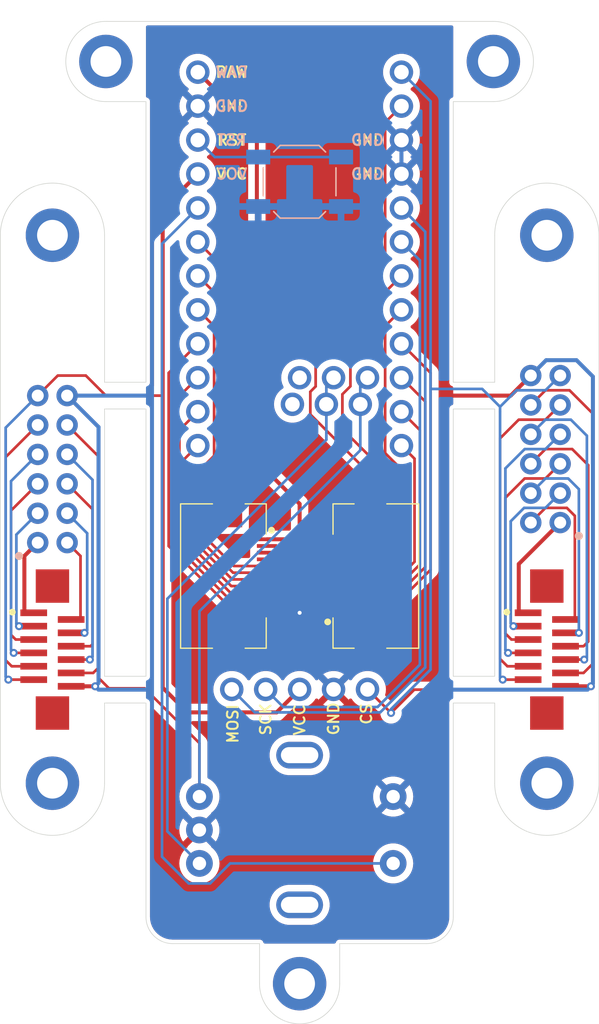
<source format=kicad_pcb>
(kicad_pcb (version 20240108) (generator "pcbnew") (generator_version "8.0")
  (layers (0 "F.Cu" signal) (31 "B.Cu" signal) (34 "B.Paste" user) (35 "F.Paste" user) (36 "B.SilkS" user "B.Silkscreen") (37 "F.SilkS" user "F.Silkscreen") (38 "B.Mask" user) (39 "F.Mask" user) (44 "Edge.Cuts" user))
  (net 0 "")
  (net 1 "row0")
  (net 2 "row1")
  (net 3 "row2")
  (net 4 "row3")
  (net 5 "row5")
  (net 6 "row7")
  (net 7 "col1")
  (net 8 "encB")
  (net 9 "col2")
  (net 10 "encA")
  (net 11 "col3")
  (net 12 "BAT")
  (net 13 "GND")
  (net 14 "MOSI")
  (net 15 "SCK")
  (net 16 "+3.3V")
  (net 17 "row4")
  (net 18 "col4")
  (net 19 "row6")
  (net 20 "CS")
  (net 21 "col0")
  (net 22 "OFF")
  (net 23 "RST")
  (net 24 "col5")
  (footprint "zzkeeb:Connector_FFC-12pin-0.5mm-vertical" (layer "F.Cu") (at 55.5 86.5)
    (property "Reference" "J8" (hide yes))
    (property "Value" "Conn_01x12_Socket" (hide yes))
    (pad "" smd rect (at 0 -4.75) (size 2.5 2.5) (layers "F.Cu" "F.Paste" "F.Mask"))
    (pad "" smd rect (at 0 4.75) (size 2.5 2.5) (layers "F.Cu" "F.Paste" "F.Mask"))
    (pad "1" smd custom (at -1.9 -2.75 180) (size 1 0.5) (layers "F.Cu" "F.Paste" "F.Mask") (net 12 "BAT") (options (clearance outline) (anchor rect)) (primitives (gr_poly (pts (xy -1.5 0.25) (xy -0.5 0.25) (xy -0.5 -0.25) (xy -1.5 -0.25)) (width 0) (fill yes))))
    (pad "2" smd custom (at 1.9 -2.25) (size 1 0.5) (layers "F.Cu" "F.Paste" "F.Mask") (net 24 "col5") (options (clearance outline) (anchor rect)) (primitives (gr_poly (pts (xy -1.5 0.25) (xy -0.5 0.25) (xy -0.5 -0.25) (xy -1.5 -0.25)) (width 0) (fill yes))))
    (pad "3" smd custom (at -1.9 -1.75 180) (size 1 0.5) (layers "F.Cu" "F.Paste" "F.Mask") (net 18 "col4") (options (clearance outline) (anchor rect)) (primitives (gr_poly (pts (xy -1.5 0.25) (xy -0.5 0.25) (xy -0.5 -0.25) (xy -1.5 -0.25)) (width 0) (fill yes))))
    (pad "4" smd custom (at 1.9 -1.25) (size 1 0.5) (layers "F.Cu" "F.Paste" "F.Mask") (net 11 "col3") (options (clearance outline) (anchor rect)) (primitives (gr_poly (pts (xy -1.5 0.25) (xy -0.5 0.25) (xy -0.5 -0.25) (xy -1.5 -0.25)) (width 0) (fill yes))))
    (pad "5" smd custom (at -1.9 -0.75 180) (size 1 0.5) (layers "F.Cu" "F.Paste" "F.Mask") (net 9 "col2") (options (clearance outline) (anchor rect)) (primitives (gr_poly (pts (xy -1.5 0.25) (xy -0.5 0.25) (xy -0.5 -0.25) (xy -1.5 -0.25)) (width 0) (fill yes))))
    (pad "6" smd custom (at 1.9 -0.25) (size 1 0.5) (layers "F.Cu" "F.Paste" "F.Mask") (net 7 "col1") (options (clearance outline) (anchor rect)) (primitives (gr_poly (pts (xy -1.5 0.25) (xy -0.5 0.25) (xy -0.5 -0.25) (xy -1.5 -0.25)) (width 0) (fill yes))))
    (pad "7" smd rect (at -1.4 0.25 270) (size 0.5 2) (layers "F.Cu" "F.Paste" "F.Mask") (net 21 "col0"))
    (pad "8" smd custom (at 1.9 0.75) (size 1 0.5) (layers "F.Cu" "F.Paste" "F.Mask") (net 4 "row3") (options (clearance outline) (anchor rect)) (primitives (gr_poly (pts (xy -1.5 0.25) (xy -0.5 0.25) (xy -0.5 -0.25) (xy -1.5 -0.25)) (width 0) (fill yes))))
    (pad "9" smd custom (at -1.9 1.25 180) (size 1 0.5) (layers "F.Cu" "F.Paste" "F.Mask") (net 3 "row2") (options (clearance outline) (anchor rect)) (primitives (gr_poly (pts (xy -1.5 0.25) (xy -0.5 0.25) (xy -0.5 -0.25) (xy -1.5 -0.25)) (width 0) (fill yes))))
    (pad "10" smd custom (at 1.9 1.75) (size 1 0.5) (layers "F.Cu" "F.Paste" "F.Mask") (net 2 "row1") (options (clearance outline) (anchor rect)) (primitives (gr_poly (pts (xy -1.5 0.25) (xy -0.5 0.25) (xy -0.5 -0.25) (xy -1.5 -0.25)) (width 0) (fill yes))))
    (pad "11" smd custom (at -1.9 2.25 180) (size 1 0.5) (layers "F.Cu" "F.Paste" "F.Mask") (net 1 "row0") (options (clearance outline) (anchor rect)) (primitives (gr_poly (pts (xy -1.5 0.25) (xy -0.5 0.25) (xy -0.5 -0.25) (xy -1.5 -0.25)) (width 0) (fill yes))))
    (pad "12" smd custom (at 1.9 2.75) (size 1 0.5) (layers "F.Cu" "F.Paste" "F.Mask") (net 13 "GND") (options (clearance outline) (anchor rect)) (primitives (gr_poly (pts (xy -1.5 0.25) (xy -0.5 0.25) (xy -0.5 -0.25) (xy -1.5 -0.25)) (width 0) (fill yes))))
  )
  (footprint "zzkeeb:Hole_M2-TH" (layer "F.Cu") (at 59.5 42.5)
    (property "Reference" "H1" (hide yes))
    (property "Value" "MountingHole" (hide yes))
    (pad "" thru_hole circle (at 0 0) (size 4 4) (drill 2.3) (layers "*.Cu" "*.Mask"))
  )
  (footprint "zzkeeb:Connector_FFC-12pin-0.5mm-horizontal" (layer "F.Cu") (at 70 81 -90)
    (property "Reference" "J2")
    (property "Value" "Conn_01x12_Socket" (hide yes))
    (pad "1" smd rect (at -2.75 -1.55 270) (size 0.28 1.5) (layers "F.Cu" "F.Paste" "F.Mask") (net 12 "BAT"))
    (pad "2" smd rect (at -2.25 -1.55 270) (size 0.28 1.5) (layers "F.Cu" "F.Paste" "F.Mask") (net 24 "col5"))
    (pad "3" smd rect (at -1.75 -1.55 270) (size 0.28 1.5) (layers "F.Cu" "F.Paste" "F.Mask") (net 18 "col4"))
    (pad "4" smd rect (at -1.25 -1.55 270) (size 0.28 1.5) (layers "F.Cu" "F.Paste" "F.Mask") (net 11 "col3"))
    (pad "5" smd rect (at -0.75 -1.55 270) (size 0.28 1.5) (layers "F.Cu" "F.Paste" "F.Mask") (net 9 "col2"))
    (pad "6" smd rect (at -0.25 -1.55 270) (size 0.28 1.5) (layers "F.Cu" "F.Paste" "F.Mask") (net 7 "col1"))
    (pad "7" smd rect (at 0.25 -1.55 270) (size 0.28 1.5) (layers "F.Cu" "F.Paste" "F.Mask") (net 21 "col0"))
    (pad "8" smd rect (at 0.75 -1.55 270) (size 0.28 1.5) (layers "F.Cu" "F.Paste" "F.Mask") (net 4 "row3"))
    (pad "9" smd rect (at 1.25 -1.55 270) (size 0.28 1.5) (layers "F.Cu" "F.Paste" "F.Mask") (net 3 "row2"))
    (pad "10" smd rect (at 1.75 -1.55 270) (size 0.28 1.5) (layers "F.Cu" "F.Paste" "F.Mask") (net 2 "row1"))
    (pad "11" smd rect (at 2.25 -1.55 270) (size 0.28 1.5) (layers "F.Cu" "F.Paste" "F.Mask") (net 1 "row0"))
    (pad "12" smd rect (at 2.75 -1.55 270) (size 0.28 1.5) (layers "F.Cu" "F.Paste" "F.Mask") (net 13 "GND"))
    (pad "MP" smd rect (at -4.55 1.3 270) (size 1.8 2) (layers "F.Cu" "F.Paste" "F.Mask"))
    (pad "MP" smd rect (at 4.55 1.3 270) (size 1.8 2) (layers "F.Cu" "F.Paste" "F.Mask"))
  )
  (footprint "zzkeeb:Hole_M2-TH" (layer "F.Cu") (at 74 111.5)
    (property "Reference" "H1" (hide yes))
    (property "Value" "MountingHole" (hide yes))
    (pad "" thru_hole circle (at 0 0) (size 4 4) (drill 2.3) (layers "*.Cu" "*.Mask"))
  )
  (footprint "zzkeeb:Connector_FFC-12pin-0.5mm-horizontal" (layer "F.Cu") (at 78 81 90)
    (property "Reference" "J3")
    (property "Value" "Conn_01x12_Socket" (hide yes))
    (pad "1" smd rect (at -2.75 -1.55 90) (size 0.28 1.5) (layers "F.Cu" "F.Paste" "F.Mask") (net 13 "GND"))
    (pad "2" smd rect (at -2.25 -1.55 90) (size 0.28 1.5) (layers "F.Cu" "F.Paste" "F.Mask") (net 17 "row4"))
    (pad "3" smd rect (at -1.75 -1.55 90) (size 0.28 1.5) (layers "F.Cu" "F.Paste" "F.Mask") (net 5 "row5"))
    (pad "4" smd rect (at -1.25 -1.55 90) (size 0.28 1.5) (layers "F.Cu" "F.Paste" "F.Mask") (net 19 "row6"))
    (pad "5" smd rect (at -0.75 -1.55 90) (size 0.28 1.5) (layers "F.Cu" "F.Paste" "F.Mask") (net 6 "row7"))
    (pad "6" smd rect (at -0.25 -1.55 90) (size 0.28 1.5) (layers "F.Cu" "F.Paste" "F.Mask") (net 21 "col0"))
    (pad "7" smd rect (at 0.25 -1.55 90) (size 0.28 1.5) (layers "F.Cu" "F.Paste" "F.Mask") (net 7 "col1"))
    (pad "8" smd rect (at 0.75 -1.55 90) (size 0.28 1.5) (layers "F.Cu" "F.Paste" "F.Mask") (net 9 "col2"))
    (pad "9" smd rect (at 1.25 -1.55 90) (size 0.28 1.5) (layers "F.Cu" "F.Paste" "F.Mask") (net 11 "col3"))
    (pad "10" smd rect (at 1.75 -1.55 90) (size 0.28 1.5) (layers "F.Cu" "F.Paste" "F.Mask") (net 18 "col4"))
    (pad "11" smd rect (at 2.25 -1.55 90) (size 0.28 1.5) (layers "F.Cu" "F.Paste" "F.Mask") (net 24 "col5"))
    (pad "12" smd rect (at 2.75 -1.55 90) (size 0.28 1.5) (layers "F.Cu" "F.Paste" "F.Mask") (net 12 "BAT"))
    (pad "MP" smd rect (at -4.55 1.3 90) (size 1.8 2) (layers "F.Cu" "F.Paste" "F.Mask"))
    (pad "MP" smd rect (at 4.55 1.3 90) (size 1.8 2) (layers "F.Cu" "F.Paste" "F.Mask"))
  )
  (footprint "zzkeeb:Hole_M2-TH" (layer "F.Cu") (at 92.5 96.5)
    (property "Reference" "H4" (hide yes))
    (property "Value" "MountingHole" (hide yes))
    (pad "" thru_hole circle (at 0 0) (size 4 4) (drill 2.3) (layers "*.Cu" "*.Mask"))
  )
  (footprint "zzkeeb:Connector_Magnetic-12pin" (layer "F.Cu") (at 55.5 73)
    (property "Reference" "J10" (hide yes))
    (property "Value" "Conn_01x12_Socket" (hide yes))
    (pad "1" thru_hole circle (at -1.1 5.5 180) (size 1.6 1.6) (drill 0.9) (layers "*.Cu" "*.Mask") (net 12 "BAT"))
    (pad "2" thru_hole circle (at 1.1 5.5 180) (size 1.6 1.6) (drill 0.9) (layers "*.Cu" "*.Mask") (net 24 "col5"))
    (pad "3" thru_hole circle (at -1.1 3.3 180) (size 1.6 1.6) (drill 0.9) (layers "*.Cu" "*.Mask") (net 18 "col4"))
    (pad "4" thru_hole circle (at 1.1 3.3 180) (size 1.6 1.6) (drill 0.9) (layers "*.Cu" "*.Mask") (net 11 "col3"))
    (pad "5" thru_hole circle (at -1.1 1.1 180) (size 1.6 1.6) (drill 0.9) (layers "*.Cu" "*.Mask") (net 9 "col2"))
    (pad "6" thru_hole circle (at 1.1 1.1 180) (size 1.6 1.6) (drill 0.9) (layers "*.Cu" "*.Mask") (net 7 "col1"))
    (pad "7" thru_hole circle (at -1.1 -1.1 180) (size 1.6 1.6) (drill 0.9) (layers "*.Cu" "*.Mask") (net 21 "col0"))
    (pad "8" thru_hole circle (at 1.1 -1.1 180) (size 1.6 1.6) (drill 0.9) (layers "*.Cu" "*.Mask") (net 4 "row3"))
    (pad "9" thru_hole circle (at -1.1 -3.3 180) (size 1.6 1.6) (drill 0.9) (layers "*.Cu" "*.Mask") (net 3 "row2"))
    (pad "10" thru_hole circle (at 1.1 -3.3 180) (size 1.6 1.6) (drill 0.9) (layers "*.Cu" "*.Mask") (net 2 "row1"))
    (pad "11" thru_hole circle (at -1.1 -5.5 180) (size 1.6 1.6) (drill 0.9) (layers "*.Cu" "*.Mask") (net 1 "row0"))
    (pad "12" thru_hole circle (at 1.1 -5.5 180) (size 1.6 1.6) (drill 0.9) (layers "*.Cu" "*.Mask") (net 13 "GND"))
  )
  (footprint "zzkeeb:Display_nice-view" (layer "F.Cu") (at 74 73)
    (property "Reference" "J6")
    (property "Value" "Display_nice-view" (hide yes))
    (fp_text user "VCC" (at 0 20 90) (layer "F.SilkS") (effects (font (size 0.8 0.8)) (justify left)))
    (fp_text user "MOSI" (at -5 20.6 90) (layer "F.SilkS") (effects (font (size 0.8 0.8)) (justify left)))
    (fp_text user "GND" (at 2.54 20 90) (layer "F.SilkS") (effects (font (size 0.8 0.8)) (justify left)))
    (fp_text user "SCK" (at -2.54 20 90) (layer "F.SilkS") (effects (font (size 0.8 0.8)) (justify left)))
    (fp_text user "CS" (at 5 19.2 90) (layer "F.SilkS") (effects (font (size 0.8 0.8)) (justify left)))
    (pad "1" thru_hole circle (at -5.08 16.48) (size 1.7526 1.7526) (drill 1.0922) (layers "*.Cu" "*.Mask") (net 14 "MOSI"))
    (pad "2" thru_hole circle (at -2.54 16.48) (size 1.7526 1.7526) (drill 1.0922) (layers "*.Cu" "*.Mask") (net 15 "SCK"))
    (pad "3" thru_hole circle (at 0 16.48) (size 1.7526 1.7526) (drill 1.0922) (layers "*.Cu" "*.Mask") (net 16 "+3.3V"))
    (pad "4" thru_hole circle (at 2.54 16.48) (size 1.7526 1.7526) (drill 1.0922) (layers "*.Cu" "*.Mask") (net 13 "GND"))
    (pad "5" thru_hole circle (at 5.08 16.48) (size 1.7526 1.7526) (drill 1.0922) (layers "*.Cu" "*.Mask") (net 20 "CS"))
  )
  (footprint "zzkeeb:Hole_M2-TH" (layer "F.Cu") (at 55.5 55.5)
    (property "Reference" "H1" (hide yes))
    (property "Value" "MountingHole" (hide yes))
    (pad "" thru_hole circle (at 0 0) (size 4 4) (drill 2.3) (layers "*.Cu" "*.Mask"))
  )
  (footprint "zzkeeb:Hole_M2-TH" (layer "F.Cu") (at 92.5 55.5)
    (property "Reference" "H3" (hide yes))
    (property "Value" "MountingHole" (hide yes))
    (pad "" thru_hole circle (at 0 0) (size 4 4) (drill 2.3) (layers "*.Cu" "*.Mask"))
  )
  (footprint "zzkeeb:RotaryEncoder_EC11" (layer "F.Cu") (at 74 100)
    (property "Reference" "SW38" (hide yes))
    (property "Value" "RotaryEncoder_Switch" (hide yes))
    (pad "" thru_hole oval (at 0 -5.6) (size 3.5 2) (drill oval 2.8 1.2) (layers "*.Cu" "*.Mask"))
    (pad "" thru_hole oval (at 0 5.6) (size 3.5 2) (drill oval 2.8 1.2) (layers "*.Cu" "*.Mask"))
    (pad "A" thru_hole circle (at -7.5 -2.5) (size 2 2) (drill 1) (layers "*.Cu" "B.Mask") (net 10 "encA"))
    (pad "B" thru_hole circle (at -7.5 2.5) (size 2 2) (drill 1) (layers "*.Cu" "B.Mask") (net 8 "encB"))
    (pad "C" thru_hole circle (at -7.5 0) (size 2 2) (drill 1) (layers "*.Cu" "B.Mask") (net 13 "GND"))
    (pad "S1" thru_hole circle (at 7 2.5) (size 2 2) (drill 1) (layers "*.Cu" "B.Mask") (net 22 "OFF"))
    (pad "S2" thru_hole circle (at 7 -2.5) (size 2 2) (drill 1) (layers "*.Cu" "B.Mask") (net 13 "GND"))
  )
  (footprint "zzkeeb:Hole_M2-TH" (layer "F.Cu") (at 55.5 96.5)
    (property "Reference" "H2" (hide yes))
    (property "Value" "MountingHole" (hide yes))
    (pad "" thru_hole circle (at 0 0) (size 4 4) (drill 2.3) (layers "*.Cu" "*.Mask"))
  )
  (footprint "zzkeeb:Connector_FFC-12pin-0.5mm-vertical" (layer "F.Cu") (at 92.5 86.5)
    (property "Reference" "J9" (hide yes))
    (property "Value" "Conn_01x12_Socket" (hide yes))
    (pad "" smd rect (at 0 -4.75) (size 2.5 2.5) (layers "F.Cu" "F.Paste" "F.Mask"))
    (pad "" smd rect (at 0 4.75) (size 2.5 2.5) (layers "F.Cu" "F.Paste" "F.Mask"))
    (pad "1" smd custom (at -1.9 -2.75 180) (size 1 0.5) (layers "F.Cu" "F.Paste" "F.Mask") (net 12 "BAT") (options (clearance outline) (anchor rect)) (primitives (gr_poly (pts (xy -1.5 0.25) (xy -0.5 0.25) (xy -0.5 -0.25) (xy -1.5 -0.25)) (width 0) (fill yes))))
    (pad "2" smd custom (at 1.9 -2.25) (size 1 0.5) (layers "F.Cu" "F.Paste" "F.Mask") (net 24 "col5") (options (clearance outline) (anchor rect)) (primitives (gr_poly (pts (xy -1.5 0.25) (xy -0.5 0.25) (xy -0.5 -0.25) (xy -1.5 -0.25)) (width 0) (fill yes))))
    (pad "3" smd custom (at -1.9 -1.75 180) (size 1 0.5) (layers "F.Cu" "F.Paste" "F.Mask") (net 18 "col4") (options (clearance outline) (anchor rect)) (primitives (gr_poly (pts (xy -1.5 0.25) (xy -0.5 0.25) (xy -0.5 -0.25) (xy -1.5 -0.25)) (width 0) (fill yes))))
    (pad "4" smd custom (at 1.9 -1.25) (size 1 0.5) (layers "F.Cu" "F.Paste" "F.Mask") (net 11 "col3") (options (clearance outline) (anchor rect)) (primitives (gr_poly (pts (xy -1.5 0.25) (xy -0.5 0.25) (xy -0.5 -0.25) (xy -1.5 -0.25)) (width 0) (fill yes))))
    (pad "5" smd custom (at -1.9 -0.75 180) (size 1 0.5) (layers "F.Cu" "F.Paste" "F.Mask") (net 9 "col2") (options (clearance outline) (anchor rect)) (primitives (gr_poly (pts (xy -1.5 0.25) (xy -0.5 0.25) (xy -0.5 -0.25) (xy -1.5 -0.25)) (width 0) (fill yes))))
    (pad "6" smd custom (at 1.9 -0.25) (size 1 0.5) (layers "F.Cu" "F.Paste" "F.Mask") (net 7 "col1") (options (clearance outline) (anchor rect)) (primitives (gr_poly (pts (xy -1.5 0.25) (xy -0.5 0.25) (xy -0.5 -0.25) (xy -1.5 -0.25)) (width 0) (fill yes))))
    (pad "7" smd rect (at -1.4 0.25 270) (size 0.5 2) (layers "F.Cu" "F.Paste" "F.Mask") (net 21 "col0"))
    (pad "8" smd custom (at 1.9 0.75) (size 1 0.5) (layers "F.Cu" "F.Paste" "F.Mask") (net 4 "row3") (options (clearance outline) (anchor rect)) (primitives (gr_poly (pts (xy -1.5 0.25) (xy -0.5 0.25) (xy -0.5 -0.25) (xy -1.5 -0.25)) (width 0) (fill yes))))
    (pad "9" smd custom (at -1.9 1.25 180) (size 1 0.5) (layers "F.Cu" "F.Paste" "F.Mask") (net 3 "row2") (options (clearance outline) (anchor rect)) (primitives (gr_poly (pts (xy -1.5 0.25) (xy -0.5 0.25) (xy -0.5 -0.25) (xy -1.5 -0.25)) (width 0) (fill yes))))
    (pad "10" smd custom (at 1.9 1.75) (size 1 0.5) (layers "F.Cu" "F.Paste" "F.Mask") (net 2 "row1") (options (clearance outline) (anchor rect)) (primitives (gr_poly (pts (xy -1.5 0.25) (xy -0.5 0.25) (xy -0.5 -0.25) (xy -1.5 -0.25)) (width 0) (fill yes))))
    (pad "11" smd custom (at -1.9 2.25 180) (size 1 0.5) (layers "F.Cu" "F.Paste" "F.Mask") (net 1 "row0") (options (clearance outline) (anchor rect)) (primitives (gr_poly (pts (xy -1.5 0.25) (xy -0.5 0.25) (xy -0.5 -0.25) (xy -1.5 -0.25)) (width 0) (fill yes))))
    (pad "12" smd custom (at 1.9 2.75) (size 1 0.5) (layers "F.Cu" "F.Paste" "F.Mask") (net 13 "GND") (options (clearance outline) (anchor rect)) (primitives (gr_poly (pts (xy -1.5 0.25) (xy -0.5 0.25) (xy -0.5 -0.25) (xy -1.5 -0.25)) (width 0) (fill yes))))
  )
  (footprint "zzkeeb:Hole_M2-TH" (layer "F.Cu") (at 88.5 42.5)
    (property "Reference" "H1" (hide yes))
    (property "Value" "MountingHole" (hide yes))
    (pad "" thru_hole circle (at 0 0) (size 4 4) (drill 2.3) (layers "*.Cu" "*.Mask"))
  )
  (footprint "zzkeeb:MCU_nice-nano" (layer "B.Cu") (at 74 56 180)
    (property "Reference" "J1" (hide yes))
    (property "Value" "N!N" (hide yes))
    (fp_text user "RST" (at 5.08 7.62 180) (layer "B.SilkS") (effects (font (size 0.8 0.8)) (justify mirror)))
    (fp_text user "VCC" (at 5.08 5.08 180) (layer "B.SilkS") (effects (font (size 0.8 0.8)) (justify mirror)))
    (fp_text user "GND" (at -5.08 5.08 180) (layer "B.SilkS") (effects (font (size 0.8 0.8)) (justify mirror)))
    (fp_text user "RAW" (at 5.08 12.7 180) (layer "B.SilkS") (effects (font (size 0.8 0.8)) (justify mirror)))
    (fp_text user "GND" (at 5.08 10.16 180) (layer "B.SilkS") (effects (font (size 0.8 0.8)) (justify mirror)))
    (fp_text user "GND" (at -5.08 7.62 180) (layer "B.SilkS") (effects (font (size 0.8 0.8)) (justify mirror)))
    (fp_text user "GND" (at -5.08 7.62 180) (layer "F.SilkS") (effects (font (size 0.8 0.8))))
    (fp_text user "GND" (at 5.08 10.16 180) (layer "F.SilkS") (effects (font (size 0.8 0.8))))
    (fp_text user "GND" (at -5.08 5.08 180) (layer "F.SilkS") (effects (font (size 0.8 0.8))))
    (fp_text user "RAW" (at 5.08 12.7 180) (layer "F.SilkS") (effects (font (size 0.8 0.8))))
    (fp_text user "RST" (at 5.08 7.62 180) (layer "F.SilkS") (effects (font (size 0.8 0.8))))
    (fp_text user "VCC" (at 5.08 5.08 180) (layer "F.SilkS") (effects (font (size 0.8 0.8))))
    (pad "1" thru_hole circle (at -7.62 12.7 270) (size 1.7526 1.7526) (drill 1.0922) (layers "*.Cu" "*.Mask") (net 20 "CS"))
    (pad "2" thru_hole circle (at -7.62 10.16 270) (size 1.7526 1.7526) (drill 1.0922) (layers "*.Cu" "*.Mask") (net 24 "col5"))
    (pad "3" thru_hole circle (at -7.62 7.62 270) (size 1.7526 1.7526) (drill 1.0922) (layers "*.Cu" "*.Mask") (net 13 "GND"))
    (pad "4" thru_hole circle (at -7.62 5.08 270) (size 1.7526 1.7526) (drill 1.0922) (layers "*.Cu" "*.Mask") (net 13 "GND"))
    (pad "5" thru_hole circle (at -7.62 2.54 270) (size 1.7526 1.7526) (drill 1.0922) (layers "*.Cu" "*.Mask") (net 14 "MOSI"))
    (pad "6" thru_hole circle (at -7.62 0 270) (size 1.7526 1.7526) (drill 1.0922) (layers "*.Cu" "*.Mask") (net 15 "SCK"))
    (pad "7" thru_hole circle (at -7.62 -2.54 270) (size 1.7526 1.7526) (drill 1.0922) (layers "*.Cu" "*.Mask") (net 18 "col4"))
    (pad "8" thru_hole circle (at -7.62 -5.08 270) (size 1.7526 1.7526) (drill 1.0922) (layers "*.Cu" "*.Mask") (net 11 "col3"))
    (pad "9" thru_hole circle (at -7.62 -7.62 270) (size 1.7526 1.7526) (drill 1.0922) (layers "*.Cu" "*.Mask") (net 17 "row4"))
    (pad "10" thru_hole circle (at -7.62 -10.16 270) (size 1.7526 1.7526) (drill 1.0922) (layers "*.Cu" "*.Mask") (net 5 "row5"))
    (pad "11" thru_hole circle (at -7.62 -12.7 270) (size 1.7526 1.7526) (drill 1.0922) (layers "*.Cu" "*.Mask") (net 19 "row6"))
    (pad "12" thru_hole circle (at -7.62 -15.24 270) (size 1.7526 1.7526) (drill 1.0922) (layers "*.Cu" "*.Mask") (net 6 "row7"))
    (pad "13" thru_hole circle (at 7.62 -15.24 270) (size 1.7526 1.7526) (drill 1.0922) (layers "*.Cu" "*.Mask") (net 4 "row3"))
    (pad "14" thru_hole circle (at 7.62 -12.7 270) (size 1.7526 1.7526) (drill 1.0922) (layers "*.Cu" "*.Mask") (net 3 "row2"))
    (pad "15" thru_hole circle (at 7.62 -10.16 270) (size 1.7526 1.7526) (drill 1.0922) (layers "*.Cu" "*.Mask") (net 2 "row1"))
    (pad "16" thru_hole circle (at 7.62 -7.62 270) (size 1.7526 1.7526) (drill 1.0922) (layers "*.Cu" "*.Mask") (net 1 "row0"))
    (pad "17" thru_hole circle (at 7.62 -5.08 270) (size 1.7526 1.7526) (drill 1.0922) (layers "*.Cu" "*.Mask") (net 21 "col0"))
    (pad "18" thru_hole circle (at 7.62 -2.54 270) (size 1.7526 1.7526) (drill 1.0922) (layers "*.Cu" "*.Mask") (net 7 "col1"))
    (pad "19" thru_hole circle (at 7.62 0 270) (size 1.7526 1.7526) (drill 1.0922) (layers "*.Cu" "*.Mask") (net 9 "col2"))
    (pad "20" thru_hole circle (at 7.62 2.54 270) (size 1.7526 1.7526) (drill 1.0922) (layers "*.Cu" "*.Mask") (net 22 "OFF"))
    (pad "21" thru_hole circle (at 7.62 5.08 270) (size 1.7526 1.7526) (drill 1.0922) (layers "*.Cu" "*.Mask") (net 16 "+3.3V"))
    (pad "22" thru_hole circle (at 7.62 7.62 270) (size 1.7526 1.7526) (drill 1.0922) (layers "*.Cu" "*.Mask") (net 23 "RST"))
    (pad "23" thru_hole circle (at 7.62 10.16 270) (size 1.7526 1.7526) (drill 1.0922) (layers "*.Cu" "*.Mask") (net 13 "GND"))
    (pad "24" thru_hole circle (at 7.62 12.7 270) (size 1.7526 1.7526) (drill 1.0922) (layers "*.Cu" "*.Mask") (net 12 "BAT"))
    (pad "31" thru_hole circle (at -5.08 -10.16 270) (size 1.7526 1.7526) (drill 1.0922) (layers "*.Cu" "*.Mask") (net 10 "encA"))
    (pad "31" thru_hole circle (at -4.54 -12.15 270) (size 1.7526 1.7526) (drill 1.0922) (layers "*.Cu" "*.Mask") (net 10 "encA"))
    (pad "32" thru_hole circle (at -2.54 -10.16 270) (size 1.7526 1.7526) (drill 1.0922) (layers "*.Cu" "*.Mask") (net 8 "encB"))
    (pad "32" thru_hole circle (at -2 -12.15 270) (size 1.7526 1.7526) (drill 1.0922) (layers "*.Cu" "*.Mask") (net 8 "encB"))
    (pad "33" thru_hole circle (at 0 -10.16 270) (size 1.7526 1.7526) (drill 1.0922) (layers "*.Cu" "*.Mask"))
    (pad "33" thru_hole circle (at 0.54 -12.15 270) (size 1.7526 1.7526) (drill 1.0922) (layers "*.Cu" "*.Mask"))
  )
  (footprint "zzkeeb:Connector_Magnetic-12pin" (layer "B.Cu") (at 92.4 71.5 180)
    (property "Reference" "J11" (hide yes))
    (property "Value" "Conn_01x12_Socket" (hide yes))
    (pad "1" thru_hole circle (at -1.1 -5.5) (size 1.6 1.6) (drill 0.9) (layers "*.Cu" "*.Mask") (net 12 "BAT"))
    (pad "2" thru_hole circle (at 1.1 -5.5) (size 1.6 1.6) (drill 0.9) (layers "*.Cu" "*.Mask") (net 24 "col5"))
    (pad "3" thru_hole circle (at -1.1 -3.3) (size 1.6 1.6) (drill 0.9) (layers "*.Cu" "*.Mask") (net 18 "col4"))
    (pad "4" thru_hole circle (at 1.1 -3.3) (size 1.6 1.6) (drill 0.9) (layers "*.Cu" "*.Mask") (net 11 "col3"))
    (pad "5" thru_hole circle (at -1.1 -1.1) (size 1.6 1.6) (drill 0.9) (layers "*.Cu" "*.Mask") (net 9 "col2"))
    (pad "6" thru_hole circle (at 1.1 -1.1) (size 1.6 1.6) (drill 0.9) (layers "*.Cu" "*.Mask") (net 7 "col1"))
    (pad "7" thru_hole circle (at -1.1 1.1) (size 1.6 1.6) (drill 0.9) (layers "*.Cu" "*.Mask") (net 21 "col0"))
    (pad "8" thru_hole circle (at 1.1 1.1) (size 1.6 1.6) (drill 0.9) (layers "*.Cu" "*.Mask") (net 4 "row3"))
    (pad "9" thru_hole circle (at -1.1 3.3) (size 1.6 1.6) (drill 0.9) (layers "*.Cu" "*.Mask") (net 3 "row2"))
    (pad "10" thru_hole circle (at 1.1 3.3) (size 1.6 1.6) (drill 0.9) (layers "*.Cu" "*.Mask") (net 2 "row1"))
    (pad "11" thru_hole circle (at -1.1 5.5) (size 1.6 1.6) (drill 0.9) (layers "*.Cu" "*.Mask") (net 1 "row0"))
    (pad "12" thru_hole circle (at 1.1 5.5) (size 1.6 1.6) (drill 0.9) (layers "*.Cu" "*.Mask") (net 13 "GND"))
  )
  (footprint "zzkeeb:Button_SW_SPST_SKQG_WithoutStem" (layer "B.Cu") (at 74 51.5 180)
    (property "Reference" "SW37" (hide yes))
    (property "Value" "SW_Push")
    (pad "1" smd rect (at -3.1 1.85 180) (size 1.8 1.1) (layers "B.Cu" "B.Paste" "B.Mask") (net 23 "RST"))
    (pad "1" smd rect (at 3.1 1.85 180) (size 1.8 1.1) (layers "B.Cu" "B.Paste" "B.Mask") (net 23 "RST"))
    (pad "2" smd rect (at -3.1 -1.85 180) (size 1.8 1.1) (layers "B.Cu" "B.Paste" "B.Mask") (net 13 "GND"))
    (pad "2" smd rect (at 3.1 -1.85 180) (size 1.8 1.1) (layers "B.Cu" "B.Paste" "B.Mask") (net 13 "GND"))
    (zone (net 0) (net_name "") (layer "B.Cu") (connect_pads (clearance 0)) (min_thickness 0.254)
      (keepout (tracks not_allowed) (vias not_allowed) (pads not_allowed) (copperpour not_allowed) (footprints not_allowed))
      (fill (thermal_gap 0.508) (thermal_bridge_width 0.508))
      (polygon (pts (xy 73 50.2) (xy 70 50.2) (xy 70 52.8) (xy 73 52.8)))
    )
    (zone (net 0) (net_name "") (layer "B.Cu") (connect_pads (clearance 0)) (min_thickness 0.254)
      (keepout (tracks not_allowed) (vias not_allowed) (pads not_allowed) (copperpour not_allowed) (footprints not_allowed))
      (fill (thermal_gap 0.508) (thermal_bridge_width 0.508))
      (polygon (pts (xy 78 50.2) (xy 75 50.2) (xy 75 52.8) (xy 78 52.8)))
    )
  )
  (gr_line (start 85.5 66.5) (end 85.5 45.5) (stroke (width 0.05)) (layer "Edge.Cuts"))
  (gr_line (start 71 111.5) (end 71 108.5) (stroke (width 0.05)) (layer "Edge.Cuts"))
  (gr_arc (start 64.5 108.5) (mid 63.085786 107.914214) (end 62.5 106.5) (stroke (width 0.05)) (layer "Edge.Cuts"))
  (gr_line (start 59.4 90.5) (end 59.4 96.5) (stroke (width 0.05)) (layer "Edge.Cuts"))
  (gr_line (start 62.5 45.5) (end 62.5 66.5) (stroke (width 0.05)) (layer "Edge.Cuts"))
  (gr_line (start 77 108.5) (end 83.5 108.5) (stroke (width 0.05)) (layer "Edge.Cuts"))
  (gr_arc (start 88.6 55.5) (mid 92.5 51.6) (end 96.4 55.5) (stroke (width 0.05)) (layer "Edge.Cuts"))
  (gr_line (start 71 108.5) (end 64.5 108.5) (stroke (width 0.05)) (layer "Edge.Cuts"))
  (gr_line (start 85.5 106.5) (end 85.5 90.5) (stroke (width 0.05)) (layer "Edge.Cuts"))
  (gr_line (start 51.6 55.5) (end 51.6 96.5) (stroke (width 0.05)) (layer "Edge.Cuts"))
  (gr_arc (start 77 111.5) (mid 74 114.5) (end 71 111.5) (stroke (width 0.05)) (layer "Edge.Cuts"))
  (gr_line (start 59.4 88.5) (end 59.4 68.5) (stroke (width 0.05)) (layer "Edge.Cuts"))
  (gr_arc (start 96.4 96.5) (mid 92.5 100.4) (end 88.6 96.5) (stroke (width 0.05)) (layer "Edge.Cuts"))
  (gr_line (start 85.5 66.5) (end 88.6 66.5) (stroke (width 0.05)) (layer "Edge.Cuts"))
  (gr_line (start 85.5 90.5) (end 88.6 90.5) (stroke (width 0.05)) (layer "Edge.Cuts"))
  (gr_line (start 88.6 90.5) (end 88.6 96.5) (stroke (width 0.05)) (layer "Edge.Cuts"))
  (gr_line (start 62.5 66.5) (end 59.4 66.5) (stroke (width 0.05)) (layer "Edge.Cuts"))
  (gr_line (start 62.5 90.5) (end 59.4 90.5) (stroke (width 0.05)) (layer "Edge.Cuts"))
  (gr_line (start 59.4 68.5) (end 62.5 68.5) (stroke (width 0.05)) (layer "Edge.Cuts"))
  (gr_line (start 85.5 88.5) (end 88.6 88.5) (stroke (width 0.05)) (layer "Edge.Cuts"))
  (gr_line (start 85.5 88.5) (end 85.5 68.5) (stroke (width 0.05)) (layer "Edge.Cuts"))
  (gr_line (start 96.4 55.5) (end 96.4 96.5) (stroke (width 0.05)) (layer "Edge.Cuts"))
  (gr_line (start 88.6 66.5) (end 88.6 55.5) (stroke (width 0.05)) (layer "Edge.Cuts"))
  (gr_arc (start 88.5 39.5) (mid 91.5 42.5) (end 88.5 45.5) (stroke (width 0.05)) (layer "Edge.Cuts"))
  (gr_line (start 77 111.5) (end 77 108.5) (stroke (width 0.05)) (layer "Edge.Cuts"))
  (gr_arc (start 85.5 106.5) (mid 84.914214 107.914214) (end 83.5 108.5) (stroke (width 0.05)) (layer "Edge.Cuts"))
  (gr_line (start 62.5 68.5) (end 62.5 88.5) (stroke (width 0.05)) (layer "Edge.Cuts"))
  (gr_line (start 62.5 88.5) (end 59.4 88.5) (stroke (width 0.05)) (layer "Edge.Cuts"))
  (gr_line (start 59.5 39.5) (end 64.5 39.5) (stroke (width 0.05)) (layer "Edge.Cuts"))
  (gr_line (start 85.5 45.5) (end 88.5 45.5) (stroke (width 0.05)) (layer "Edge.Cuts"))
  (gr_line (start 85.5 39.5) (end 88.5 39.5) (stroke (width 0.05)) (layer "Edge.Cuts"))
  (gr_arc (start 59.5 45.5) (mid 56.5 42.5) (end 59.5 39.5) (stroke (width 0.05)) (layer "Edge.Cuts"))
  (gr_line (start 62.5 106.5) (end 62.5 90.5) (stroke (width 0.05)) (layer "Edge.Cuts"))
  (gr_line (start 59.5 45.5) (end 62.5 45.5) (stroke (width 0.05)) (layer "Edge.Cuts"))
  (gr_line (start 88.6 88.5) (end 88.6 68.5) (stroke (width 0.05)) (layer "Edge.Cuts"))
  (gr_arc (start 51.6 55.5) (mid 55.5 51.6) (end 59.4 55.5) (stroke (width 0.05)) (layer "Edge.Cuts"))
  (gr_arc (start 59.4 96.5) (mid 55.5 100.4) (end 51.6 96.5) (stroke (width 0.05)) (layer "Edge.Cuts"))
  (gr_line (start 85.5 68.5) (end 88.6 68.5) (stroke (width 0.05)) (layer "Edge.Cuts"))
  (gr_line (start 85.5 39.5) (end 64.5 39.5) (stroke (width 0.05)) (layer "Edge.Cuts"))
  (gr_line (start 59.4 66.5) (end 59.4 55.5) (stroke (width 0.05)) (layer "Edge.Cuts"))
  (segment (start 55.9 66) (end 58 66) (width 0.2) (layer "F.Cu") (net 1))
  (segment (start 52.2 88.8) (end 52.25 88.75) (width 0.2) (layer "F.Cu") (net 1))
  (segment (start 68.690198 83.25) (end 64.2 78.759802) (width 0.2) (layer "F.Cu") (net 1))
  (segment (start 89.2 88.75) (end 89.2 88.8) (width 0.2) (layer "F.Cu") (net 1))
  (segment (start 58 66) (end 59.5 67.5) (width 0.2) (layer "F.Cu") (net 1))
  (segment (start 89.2 88.8) (end 89.25 88.75) (width 0.2) (layer "F.Cu") (net 1))
  (segment (start 52.25 88.75) (end 53.6 88.75) (width 0.2) (layer "F.Cu") (net 1))
  (segment (start 71.55 83.25) (end 68.690198 83.25) (width 0.2) (layer "F.Cu") (net 1))
  (segment (start 89.25 88.75) (end 90.6 88.75) (width 0.2) (layer "F.Cu") (net 1))
  (segment (start 63.7 67.5) (end 59.5 67.5) (width 0.2) (layer "F.Cu") (net 1))
  (segment (start 64.2 78.759802) (end 64.2 65.8) (width 0.2) (layer "F.Cu") (net 1))
  (segment (start 54.4 67.5) (end 55.9 66) (width 0.2) (layer "F.Cu") (net 1))
  (segment (start 64.2 65.8) (end 66.38 63.62) (width 0.2) (layer "F.Cu") (net 1))
  (via (at 89.2 88.75) (size 0.6) (drill 0.3) (layers "F.Cu" "B.Cu") (net 1))
  (via (at 52.2 88.75) (size 0.6) (drill 0.3) (layers "F.Cu" "B.Cu") (net 1))
  (segment (start 89 68.7) (end 89 68.334315) (width 0.2) (layer "B.Cu") (net 1))
  (segment (start 89 88.6) (end 89 68.7) (width 0.2) (layer "B.Cu") (net 1))
  (segment (start 83.834315 67) (end 87.665685 67) (width 0.2) (layer "B.Cu") (net 1))
  (segment (start 90.234315 67.1) (end 92.4 67.1) (width 0.2) (layer "B.Cu") (net 1))
  (segment (start 52.2 88.75) (end 52 88.55) (width 0.2) (layer "B.Cu") (net 1))
  (segment (start 89 68.334315) (end 87.665685 67) (width 0.2) (layer "B.Cu") (net 1))
  (segment (start 92.4 67.1) (end 93.5 66) (width 0.2) (layer "B.Cu") (net 1))
  (segment (start 89.2 88.8) (end 89 88.6) (width 0.2) (layer "B.Cu") (net 1))
  (segment (start 52 69.9) (end 54.4 67.5) (width 0.2) (layer "B.Cu") (net 1))
  (segment (start 89 68.334315) (end 90.234315 67.1) (width 0.2) (layer "B.Cu") (net 1))
  (segment (start 52 88.55) (end 52 69.9) (width 0.2) (layer "B.Cu") (net 1))
  (segment (start 64.6 78.594116) (end 64.6 67.94) (width 0.2) (layer "F.Cu") (net 2))
  (segment (start 71.55 82.75) (end 68.755884 82.75) (width 0.2) (layer "F.Cu") (net 2))
  (segment (start 92.4 67.1) (end 91.3 68.2) (width 0.2) (layer "F.Cu") (net 2))
  (segment (start 58.9 87.9) (end 58.9 88.573155) (width 0.2) (layer "F.Cu") (net 2))
  (segment (start 96 87.5) (end 96 68.899999) (width 0.2) (layer "F.Cu") (net 2))
  (segment (start 94.4 88.25) (end 95.25 88.25) (width 0.2) (layer "F.Cu") (net 2))
  (segment (start 95.25 88.25) (end 96 87.5) (width 0.2) (layer "F.Cu") (net 2))
  (segment (start 94.200001 67.1) (end 92.4 67.1) (width 0.2) (layer "F.Cu") (net 2))
  (segment (start 58.55 88.25) (end 58.9 87.9) (width 0.2) (layer "F.Cu") (net 2))
  (segment (start 62.4 89.4) (end 66.5 93.5) (width 0.2) (layer "F.Cu") (net 2))
  (segment (start 64.6 67.94) (end 66.38 66.16) (width 0.2) (layer "F.Cu") (net 2))
  (segment (start 58.9 87.9) (end 58.9 72) (width 0.2) (layer "F.Cu") (net 2))
  (segment (start 68.755884 82.75) (end 64.6 78.594116) (width 0.2) (layer "F.Cu") (net 2))
  (segment (start 58.9 88.573155) (end 59.726845 89.4) (width 0.2) (layer "F.Cu") (net 2))
  (segment (start 96 68.899999) (end 94.200001 67.1) (width 0.2) (layer "F.Cu") (net 2))
  (segment (start 57.4 88.25) (end 58.55 88.25) (width 0.2) (layer "F.Cu") (net 2))
  (segment (start 59.726845 89.4) (end 62.4 89.4) (width 0.2) (layer "F.Cu") (net 2))
  (segment (start 58.9 72) (end 56.6 69.7) (width 0.2) (layer "F.Cu") (net 2))
  (segment (start 52.45 87.75) (end 52 87.3) (width 0.2) (layer "F.Cu") (net 3))
  (segment (start 53.6 87.75) (end 52.45 87.75) (width 0.2) (layer "F.Cu") (net 3))
  (segment (start 71.55 82.25) (end 68.82157 82.25) (width 0.2) (layer "F.Cu") (net 3))
  (segment (start 92.4 69.3) (end 93.5 68.2) (width 0.2) (layer "F.Cu") (net 3))
  (segment (start 90.400001 69.3) (end 92.4 69.3) (width 0.2) (layer "F.Cu") (net 3))
  (segment (start 89 70.700001) (end 90.400001 69.3) (width 0.2) (layer "F.Cu") (net 3))
  (segment (start 90.6 87.75) (end 89.55 87.75) (width 0.2) (layer "F.Cu") (net 3))
  (segment (start 52 72.1) (end 54.4 69.7) (width 0.2) (layer "F.Cu") (net 3))
  (segment (start 65 78.42843) (end 65 70.08) (width 0.2) (layer "F.Cu") (net 3))
  (segment (start 65 70.08) (end 66.38 68.7) (width 0.2) (layer "F.Cu") (net 3))
  (segment (start 89.55 87.75) (end 89 87.2) (width 0.2) (layer "F.Cu") (net 3))
  (segment (start 52 87.3) (end 52 72.1) (width 0.2) (layer "F.Cu") (net 3))
  (segment (start 68.82157 82.25) (end 65 78.42843) (width 0.2) (layer "F.Cu") (net 3))
  (segment (start 89 87.2) (end 89 70.700001) (width 0.2) (layer "F.Cu") (net 3))
  (segment (start 68.887256 81.75) (end 65.4 78.262744) (width 0.2) (layer "F.Cu") (net 4))
  (segment (start 95.25 87.25) (end 94.4 87.25) (width 0.2) (layer "F.Cu") (net 4))
  (segment (start 58.2 87.25) (end 57.4 87.25) (width 0.2) (layer "F.Cu") (net 4))
  (segment (start 95.3 87.3) (end 95.25 87.25) (width 0.2) (layer "F.Cu") (net 4))
  (segment (start 65.4 78.262744) (end 65.4 72.22) (width 0.2) (layer "F.Cu") (net 4))
  (segment (start 65.4 72.22) (end 66.38 71.24) (width 0.2) (layer "F.Cu") (net 4))
  (segment (start 58.25 87.3) (end 58.2 87.25) (width 0.2) (layer "F.Cu") (net 4))
  (segment (start 71.55 81.75) (end 68.887256 81.75) (width 0.2) (layer "F.Cu") (net 4))
  (via (at 95.3 87.25) (size 0.6) (drill 0.3) (layers "F.Cu" "B.Cu") (net 4))
  (via (at 58.3 87.25) (size 0.6) (drill 0.3) (layers "F.Cu" "B.Cu") (net 4))
  (segment (start 95.5 70.5) (end 94.3 69.3) (width 0.2) (layer "B.Cu") (net 4))
  (segment (start 95.3 87.3) (end 95.5 87.1) (width 0.2) (layer "B.Cu") (net 4))
  (segment (start 95.5 87.1) (end 95.5 70.5) (width 0.2) (layer "B.Cu") (net 4))
  (segment (start 94.3 69.3) (end 92.4 69.3) (width 0.2) (layer "B.Cu") (net 4))
  (segment (start 58.25 87.3) (end 58.5 87.05) (width 0.2) (layer "B.Cu") (net 4))
  (segment (start 92.4 69.3) (end 91.3 70.4) (width 0.2) (layer "B.Cu") (net 4))
  (segment (start 58.5 87.05) (end 58.5 73.8) (width 0.2) (layer "B.Cu") (net 4))
  (segment (start 58.5 73.8) (end 56.6 71.9) (width 0.2) (layer "B.Cu") (net 4))
  (segment (start 83.4 67.94) (end 81.62 66.16) (width 0.2) (layer "F.Cu") (net 5))
  (segment (start 76.45 82.75) (end 80.982157 82.75) (width 0.2) (layer "F.Cu") (net 5))
  (segment (start 83.4 80.332157) (end 83.4 67.94) (width 0.2) (layer "F.Cu") (net 5))
  (segment (start 80.982157 82.75) (end 83.4 80.332157) (width 0.2) (layer "F.Cu") (net 5))
  (segment (start 82.6 79.932157) (end 82.6 72.22) (width 0.2) (layer "F.Cu") (net 6))
  (segment (start 80.782157 81.75) (end 82.6 79.932157) (width 0.2) (layer "F.Cu") (net 6))
  (segment (start 76.45 81.75) (end 80.782157 81.75) (width 0.2) (layer "F.Cu") (net 6))
  (segment (start 82.6 72.22) (end 81.62 71.24) (width 0.2) (layer "F.Cu") (net 6))
  (segment (start 94.399999 71.5) (end 92.4 71.5) (width 0.2) (layer "F.Cu") (net 7))
  (segment (start 95.6 72.700001) (end 94.399999 71.5) (width 0.2) (layer "F.Cu") (net 7))
  (segment (start 66.2 77.931372) (end 69.018628 80.75) (width 0.2) (layer "F.Cu") (net 7))
  (segment (start 68 72.165686) (end 66.2 73.965686) (width 0.2) (layer "F.Cu") (net 7))
  (segment (start 58.5 86.1) (end 58.5 76) (width 0.2) (layer "F.Cu") (net 7))
  (segment (start 66.38 58.54) (end 68 60.16) (width 0.2) (layer "F.Cu") (net 7))
  (segment (start 58.5 76) (end 56.6 74.1) (width 0.2) (layer "F.Cu") (net 7))
  (segment (start 95.6 85.9) (end 95.6 72.700001) (width 0.2) (layer "F.Cu") (net 7))
  (segment (start 92.4 71.5) (end 91.3 72.6) (width 0.2) (layer "F.Cu") (net 7))
  (segment (start 68 60.16) (end 68 72.165686) (width 0.2) (layer "F.Cu") (net 7))
  (segment (start 58.35 86.25) (end 58.5 86.1) (width 0.2) (layer "F.Cu") (net 7))
  (segment (start 94.4 86.25) (end 95.25 86.25) (width 0.2) (layer "F.Cu") (net 7))
  (segment (start 66.2 73.965686) (end 66.2 77.931372) (width 0.2) (layer "F.Cu") (net 7))
  (segment (start 69.018628 80.75) (end 71.55 80.75) (width 0.2) (layer "F.Cu") (net 7))
  (segment (start 57.4 86.25) (end 58.35 86.25) (width 0.2) (layer "F.Cu") (net 7))
  (segment (start 71.55 80.75) (end 76.45 80.75) (width 0.2) (layer "F.Cu") (net 7))
  (segment (start 95.25 86.25) (end 95.6 85.9) (width 0.2) (layer "F.Cu") (net 7))
  (segment (start 64.1 82.7) (end 76 70.8) (width 0.2) (layer "B.Cu") (net 8))
  (segment (start 76 66.7) (end 76.54 66.16) (width 0.2) (layer "B.Cu") (net 8))
  (segment (start 66.5 102.5) (end 64.1 100.1) (width 0.2) (layer "B.Cu") (net 8))
  (segment (start 64.1 100.1) (end 64.1 82.7) (width 0.2) (layer "B.Cu") (net 8))
  (segment (start 76 70.8) (end 76 68.15) (width 0.2) (layer "B.Cu") (net 8))
  (segment (start 76 68.15) (end 76 66.7) (width 0.2) (layer "B.Cu") (net 8))
  (segment (start 92.4 73.7) (end 93.5 72.6) (width 0.2) (layer "F.Cu") (net 9))
  (segment (start 53.6 85.75) (end 52.75 85.75) (width 0.2) (layer "F.Cu") (net 9))
  (segment (start 89.4 75.144365) (end 90.844365 73.7) (width 0.2) (layer "F.Cu") (net 9))
  (segment (start 69.084314 80.25) (end 66.6 77.765686) (width 0.2) (layer "F.Cu") (net 9))
  (segment (start 66.6 77.765686) (end 66.6 74.131372) (width 0.2) (layer "F.Cu") (net 9))
  (segment (start 90.6 85.75) (end 89.85 85.75) (width 0.2) (layer "F.Cu") (net 9))
  (segment (start 71.55 80.25) (end 69.084314 80.25) (width 0.2) (layer "F.Cu") (net 9))
  (segment (start 52.4 76.1) (end 54.4 74.1) (width 0.2) (layer "F.Cu") (net 9))
  (segment (start 66.6 74.131372) (end 68.4 72.331372) (width 0.2) (layer "F.Cu") (net 9))
  (segment (start 68.4 72.331372) (end 68.4 58.02) (width 0.2) (layer "F.Cu") (net 9))
  (segment (start 89.85 85.75) (end 89.4 85.3) (width 0.2) (layer "F.Cu") (net 9))
  (segment (start 71.55 80.25) (end 76.45 80.25) (width 0.2) (layer "F.Cu") (net 9))
  (segment (start 68.4 58.02) (end 66.38 56) (width 0.2) (layer "F.Cu") (net 9))
  (segment (start 90.844365 73.7) (end 92.4 73.7) (width 0.2) (layer "F.Cu") (net 9))
  (segment (start 52.75 85.75) (end 52.4 85.4) (width 0.2) (layer "F.Cu") (net 9))
  (segment (start 52.4 85.4) (end 52.4 76.1) (width 0.2) (layer "F.Cu") (net 9))
  (segment (start 89.4 85.3) (end 89.4 75.144365) (width 0.2) (layer "F.Cu") (net 9))
  (segment (start 66.5 97.5) (end 66.5 93.5) (width 0.2) (layer "F.Cu") (net 10))
  (segment (start 66.5 83.632157) (end 78.54 71.592157) (width 0.2) (layer "B.Cu") (net 10))
  (segment (start 66.5 97.5) (end 66.5 83.632157) (width 0.2) (layer "B.Cu") (net 10))
  (segment (start 78.54 71.592157) (end 78.54 66.7) (width 0.2) (layer "B.Cu") (net 10))
  (segment (start 78.54 66.7) (end 79.08 66.16) (width 0.2) (layer "B.Cu") (net 10))
  (segment (start 80.4 62.3) (end 80.4 71.8) (width 0.2) (layer "F.Cu") (net 11))
  (segment (start 71.55 79.75) (end 76.45 79.75) (width 0.2) (layer "F.Cu") (net 11))
  (segment (start 82.2 77.731372) (end 80.181372 79.75) (width 0.2) (layer "F.Cu") (net 11))
  (segment (start 80.181372 79.75) (end 76.45 79.75) (width 0.2) (layer "F.Cu") (net 11))
  (segment (start 94.45 85.3) (end 94.4 85.25) (width 0.2) (layer "F.Cu") (net 11))
  (segment (start 94.9 85.3) (end 94.45 85.3) (width 0.2) (layer "F.Cu") (net 11))
  (segment (start 81.62 61.08) (end 80.4 62.3) (width 0.2) (layer "F.Cu") (net 11))
  (segment (start 82.2 73.6) (end 82.2 77.731372) (width 0.2) (layer "F.Cu") (net 11))
  (segment (start 80.4 71.8) (end 82.2 73.6) (width 0.2) (layer "F.Cu") (net 11))
  (via (at 94.9 85.25) (size 0.6) (drill 0.3) (layers "F.Cu" "B.Cu") (net 11))
  (via (at 57.9 85.25) (size 0.6) (drill 0.3) (layers "F.Cu" "B.Cu") (net 11))
  (segment (start 94.1 73.7) (end 92.4 73.7) (width 0.2) (layer "B.Cu") (net 11))
  (segment (start 57.9 85.25) (end 58.1 85.05) (width 0.2) (layer "B.Cu") (net 11))
  (segment (start 94.9 74.5) (end 94.1 73.7) (width 0.2) (layer "B.Cu") (net 11))
  (segment (start 58.1 77.8) (end 56.6 76.3) (width 0.2) (layer "B.Cu") (net 11))
  (segment (start 58.1 85.05) (end 58.1 77.8) (width 0.2) (layer "B.Cu") (net 11))
  (segment (start 94.9 85.3) (end 94.9 74.5) (width 0.2) (layer "B.Cu") (net 11))
  (segment (start 92.4 73.7) (end 91.3 74.8) (width 0.2) (layer "B.Cu") (net 11))
  (segment (start 90.6 83.75) (end 90.4 83.55) (width 0.3) (layer "F.Cu") (net 12))
  (segment (start 71.55 78.25) (end 76.45 78.25) (width 0.3) (layer "F.Cu") (net 12))
  (segment (start 74 75.6) (end 74 78.25) (width 0.3) (layer "F.Cu") (net 12))
  (segment (start 90.4 83.55) (end 90.4 80.1) (width 0.3) (layer "F.Cu") (net 12))
  (segment (start 53.6 83.75) (end 53.4 83.55) (width 0.3) (layer "F.Cu") (net 12))
  (segment (start 66.38 43.3) (end 70.8 47.72) (width 0.3) (layer "F.Cu") (net 12))
  (segment (start 53.4 79.5) (end 54.4 78.5) (width 0.3) (layer "F.Cu") (net 12))
  (segment (start 70.8 72.4) (end 74 75.6) (width 0.3) (layer "F.Cu") (net 12))
  (segment (start 53.4 83.55) (end 53.4 79.5) (width 0.3) (layer "F.Cu") (net 12))
  (segment (start 90.4 80.1) (end 93.5 77) (width 0.3) (layer "F.Cu") (net 12))
  (segment (start 70.8 47.72) (end 70.8 72.4) (width 0.3) (layer "F.Cu") (net 12))
  (segment (start 95.8 89.2) (end 95.75 89.25) (width 0.3) (layer "F.Cu") (net 13))
  (segment (start 73.95 83.75) (end 74 83.8) (width 0.3) (layer "F.Cu") (net 13))
  (segment (start 95.75 89.25) (end 94.4 89.25) (width 0.3) (layer "F.Cu") (net 13))
  (segment (start 58.7 89.25) (end 57.4 89.25) (width 0.3) (layer "F.Cu") (net 13))
  (segment (start 71.55 83.75) (end 71.55 84.75) (width 0.3) (layer "F.Cu") (net 13))
  (segment (start 91.3 66) (end 89.8 67.5) (width 0.3) (layer "F.Cu") (net 13))
  (segment (start 74.05 83.75) (end 76.45 83.75) (width 0.3) (layer "F.Cu") (net 13))
  (segment (start 89.8 67.5) (end 85 67.5) (width 0.3) (layer "F.Cu") (net 13))
  (segment (start 74 83.8) (end 74.05 83.75) (width 0.3) (layer "F.Cu") (net 13))
  (segment (start 76.45 83.75) (end 76.45 84.75) (width 0.3) (layer "F.Cu") (net 13))
  (segment (start 71.55 83.75) (end 73.95 83.75) (width 0.3) (layer "F.Cu") (net 13))
  (via (at 74 83.75) (size 0.6) (drill 0.3) (layers "F.Cu" "B.Cu") (net 13))
  (via (at 58.7 89.25) (size 0.6) (drill 0.3) (layers "F.Cu" "B.Cu") (net 13))
  (via (at 95.8 89.25) (size 0.6) (drill 0.3) (layers "F.Cu" "B.Cu") (net 13))
  (segment (start 92.45 64.85) (end 91.3 66) (width 0.3) (layer "B.Cu") (net 13))
  (segment (start 58.95 69.85) (end 56.6 67.5) (width 0.3) (layer "B.Cu") (net 13))
  (segment (start 58.7 89.25) (end 58.95 89.5) (width 0.3) (layer "B.Cu") (net 13))
  (segment (start 80.44 47.2) (end 67.74 47.2) (width 0.3) (layer "B.Cu") (net 13))
  (segment (start 79.19 53.35) (end 81.62 50.92) (width 0.3) (layer "B.Cu") (net 13))
  (segment (start 58.95 89) (end 58.95 69.85) (width 0.3) (layer "B.Cu") (net 13))
  (segment (start 95.55 89.5) (end 84.5 89.5) (width 0.3) (layer "B.Cu") (net 13))
  (segment (start 81.62 48.38) (end 80.44 47.2) (width 0.3) (layer "B.Cu") (net 13))
  (segment (start 58.7 89.25) (end 58.95 89) (width 0.3) (layer "B.Cu") (net 13))
  (segment (start 95.95 89.05) (end 95.95 66.075) (width 0.3) (layer "B.Cu") (net 13))
  (segment (start 95.8 89.2) (end 95.95 89.05) (width 0.3) (layer "B.Cu") (net 13))
  (segment (start 95.95 66.075) (end 94.725 64.85) (width 0.3) (layer "B.Cu") (net 13))
  (segment (start 56.6 67.5) (end 62.5 67.5) (width 0.3) (layer "B.Cu") (net 13))
  (segment (start 67.74 47.2) (end 66.38 45.84) (width 0.3) (layer "B.Cu") (net 13))
  (segment (start 95.8 89.25) (end 95.55 89.5) (width 0.3) (layer "B.Cu") (net 13))
  (segment (start 70.9 53.35) (end 79.19 53.35) (width 0.3) (layer "B.Cu") (net 13))
  (segment (start 81.62 50.92) (end 81.62 48.38) (width 0.3) (layer "B.Cu") (net 13))
  (segment (start 94.725 64.85) (end 92.45 64.85) (width 0.3) (layer "B.Cu") (net 13))
  (segment (start 58.95 89.5) (end 62.5 89.5) (width 0.3) (layer "B.Cu") (net 13))
  (segment (start 80.032157 91.2) (end 83.4 87.832157) (width 0.2) (layer "B.Cu") (net 14))
  (segment (start 83.4 55.24) (end 81.62 53.46) (width 0.2) (layer "B.Cu") (net 14))
  (segment (start 83.4 87.832157) (end 83.4 55.24) (width 0.2) (layer "B.Cu") (net 14))
  (segment (start 68.92 89.48) (end 70.64 91.2) (width 0.2) (layer "B.Cu") (net 14))
  (segment (start 70.64 91.2) (end 80.032157 91.2) (width 0.2) (layer "B.Cu") (net 14))
  (segment (start 71.46 89.48) (end 72.78 90.8) (width 0.2) (layer "B.Cu") (net 15))
  (segment (start 83 57.38) (end 81.62 56) (width 0.2) (layer "B.Cu") (net 15))
  (segment (start 83 87.632157) (end 83 57.38) (width 0.2) (layer "B.Cu") (net 15))
  (segment (start 72.78 90.8) (end 79.832157 90.8) (width 0.2) (layer "B.Cu") (net 15))
  (segment (start 79.832157 90.8) (end 83 87.632157) (width 0.2) (layer "B.Cu") (net 15))
  (segment (start 65.6 91.2) (end 63.75 89.35) (width 0.3) (layer "F.Cu") (net 16))
  (segment (start 63.75 89.35) (end 63.75 53.55) (width 0.3) (layer "F.Cu") (net 16))
  (segment (start 74 89.48) (end 72.28 91.2) (width 0.3) (layer "F.Cu") (net 16))
  (segment (start 72.28 91.2) (end 65.6 91.2) (width 0.3) (layer "F.Cu") (net 16))
  (segment (start 63.75 53.55) (end 66.38 50.92) (width 0.3) (layer "F.Cu") (net 16))
  (segment (start 81.082157 83.25) (end 83.8 80.532157) (width 0.2) (layer "F.Cu") (net 17))
  (segment (start 83.8 80.532157) (end 83.8 65.8) (width 0.2) (layer "F.Cu") (net 17))
  (segment (start 76.45 83.25) (end 81.082157 83.25) (width 0.2) (layer "F.Cu") (net 17))
  (segment (start 83.8 65.8) (end 81.62 63.62) (width 0.2) (layer "F.Cu") (net 17))
  (segment (start 80.115686 79.25) (end 76.45 79.25) (width 0.2) (layer "F.Cu") (net 18))
  (segment (start 77.2 70) (end 81.8 74.6) (width 0.2) (layer "F.Cu") (net 18))
  (segment (start 77.8 66.8) (end 77.2 67.4) (width 0.2) (layer "F.Cu") (net 18))
  (segment (start 81.8 74.6) (end 81.8 77.565686) (width 0.2) (layer "F.Cu") (net 18))
  (segment (start 53.05 84.75) (end 53.6 84.75) (width 0.2) (layer "F.Cu") (net 18))
  (segment (start 77.2 67.4) (end 77.2 70) (width 0.2) (layer "F.Cu") (net 18))
  (segment (start 81.62 58.54) (end 77.8 62.36) (width 0.2) (layer "F.Cu") (net 18))
  (segment (start 53 84.8) (end 53.05 84.75) (width 0.2) (layer "F.Cu") (net 18))
  (segment (start 81.8 77.565686) (end 80.115686 79.25) (width 0.2) (layer "F.Cu") (net 18))
  (segment (start 77.8 62.36) (end 77.8 66.8) (width 0.2) (layer "F.Cu") (net 18))
  (segment (start 71.55 79.25) (end 76.45 79.25) (width 0.2) (layer "F.Cu") (net 18))
  (via (at 53 84.75) (size 0.6) (drill 0.3) (layers "F.Cu" "B.Cu") (net 18))
  (via (at 90 84.75) (size 0.6) (drill 0.3) (layers "F.Cu" "B.Cu") (net 18))
  (segment (start 92.4 75.9) (end 93.5 74.8) (width 0.2) (layer "B.Cu") (net 18))
  (segment (start 89.8 84.55) (end 89.8 76.9) (width 0.2) (layer "B.Cu") (net 18))
  (segment (start 53 84.8) (end 52.8 84.6) (width 0.2) (layer "B.Cu") (net 18))
  (segment (start 90 84.75) (end 89.8 84.55) (width 0.2) (layer "B.Cu") (net 18))
  (segment (start 52.8 84.6) (end 52.8 77.9) (width 0.2) (layer "B.Cu") (net 18))
  (segment (start 90.8 75.9) (end 92.4 75.9) (width 0.2) (layer "B.Cu") (net 18))
  (segment (start 89.8 76.9) (end 90.8 75.9) (width 0.2) (layer "B.Cu") (net 18))
  (segment (start 52.8 77.9) (end 54.4 76.3) (width 0.2) (layer "B.Cu") (net 18))
  (segment (start 83 70.08) (end 81.62 68.7) (width 0.2) (layer "F.Cu") (net 19))
  (segment (start 80.882157 82.25) (end 83 80.132157) (width 0.2) (layer "F.Cu") (net 19))
  (segment (start 76.45 82.25) (end 80.882157 82.25) (width 0.2) (layer "F.Cu") (net 19))
  (segment (start 83 80.132157) (end 83 70.08) (width 0.2) (layer "F.Cu") (net 19))
  (segment (start 80.840343 91.240343) (end 82.580686 89.5) (width 0.2) (layer "F.Cu") (net 20))
  (segment (start 82.580686 89.5) (end 89.5 89.5) (width 0.2) (layer "F.Cu") (net 20))
  (segment (start 80.840343 91.240343) (end 79.08 89.48) (width 0.2) (layer "F.Cu") (net 20))
  (via (at 80.840343 91.240343) (size 0.6) (drill 0.3) (layers "F.Cu" "B.Cu") (net 20))
  (segment (start 83.8 45.48) (end 81.62 43.3) (width 0.2) (layer "B.Cu") (net 20))
  (segment (start 80.840343 91.240343) (end 80.840343 90.9575) (width 0.2) (layer "B.Cu") (net 20))
  (segment (start 83.8 87.997843) (end 83.8 45.48) (width 0.2) (layer "B.Cu") (net 20))
  (segment (start 80.840343 90.9575) (end 83.8 87.997843) (width 0.2) (layer "B.Cu") (net 20))
  (segment (start 65.8 78.097058) (end 65.8 73.8) (width 0.2) (layer "F.Cu") (net 21))
  (segment (start 71.55 81.25) (end 68.952942 81.25) (width 0.2) (layer "F.Cu") (net 21))
  (segment (start 68.952942 81.25) (end 65.8 78.097058) (width 0.2) (layer "F.Cu") (net 21))
  (segment (start 65.8 73.8) (end 67.6 72) (width 0.2) (layer "F.Cu") (net 21))
  (segment (start 89.6 86.75) (end 91.1 86.75) (width 0.2) (layer "F.Cu") (net 21))
  (segment (start 67.6 72) (end 67.6 62.3) (width 0.2) (layer "F.Cu") (net 21))
  (segment (start 52.6 86.7) (end 52.65 86.75) (width 0.2) (layer "F.Cu") (net 21))
  (segment (start 52.65 86.75) (end 54.1 86.75) (width 0.2) (layer "F.Cu") (net 21))
  (segment (start 67.6 62.3) (end 66.38 61.08) (width 0.2) (layer "F.Cu") (net 21))
  (segment (start 71.55 81.25) (end 76.45 81.25) (width 0.2) (layer "F.Cu") (net 21))
  (via (at 89.6 86.75) (size 0.6) (drill 0.3) (layers "F.Cu" "B.Cu") (net 21))
  (via (at 52.6 86.75) (size 0.6) (drill 0.3) (layers "F.Cu" "B.Cu") (net 21))
  (segment (start 52.4 73.9) (end 54.4 71.9) (width 0.2) (layer "B.Cu") (net 21))
  (segment (start 89.4 86.55) (end 89.4 72.944365) (width 0.2) (layer "B.Cu") (net 21))
  (segment (start 90.844365 71.5) (end 92.4 71.5) (width 0.2) (layer "B.Cu") (net 21))
  (segment (start 89.6 86.8) (end 89.6 86.75) (width 0.2) (layer "B.Cu") (net 21))
  (segment (start 89.4 72.944365) (end 90.844365 71.5) (width 0.2) (layer "B.Cu") (net 21))
  (segment (start 52.6 86.75) (end 52.4 86.55) (width 0.2) (layer "B.Cu") (net 21))
  (segment (start 89.6 86.75) (end 89.4 86.55) (width 0.2) (layer "B.Cu") (net 21))
  (segment (start 92.4 71.5) (end 93.5 70.4) (width 0.2) (layer "B.Cu") (net 21))
  (segment (start 52.4 86.55) (end 52.4 73.9) (width 0.2) (layer "B.Cu") (net 21))
  (segment (start 68.8 102.5) (end 81 102.5) (width 0.2) (layer "B.Cu") (net 22))
  (segment (start 67.3 104) (end 68.8 102.5) (width 0.2) (layer "B.Cu") (net 22))
  (segment (start 63.7 56.14) (end 63.7 102) (width 0.2) (layer "B.Cu") (net 22))
  (segment (start 65.7 104) (end 67.3 104) (width 0.2) (layer "B.Cu") (net 22))
  (segment (start 63.7 102) (end 65.7 104) (width 0.2) (layer "B.Cu") (net 22))
  (segment (start 66.38 53.46) (end 63.7 56.14) (width 0.2) (layer "B.Cu") (net 22))
  (segment (start 67.65 49.65) (end 77.1 49.65) (width 0.2) (layer "B.Cu") (net 23))
  (segment (start 66.38 48.38) (end 67.65 49.65) (width 0.2) (layer "B.Cu") (net 23))
  (segment (start 81.4 77.4) (end 81.4 75.50677) (width 0.2) (layer "F.Cu") (net 24))
  (segment (start 75.2 66.81177) (end 75.2 62.4) (width 0.2) (layer "F.Cu") (net 24))
  (segment (start 94.6 84.05) (end 94.6 76.5) (width 0.2) (layer "F.Cu") (net 24))
  (segment (start 94.6 76.5) (end 94 75.9) (width 0.2) (layer "F.Cu") (net 24))
  (segment (start 80.05 78.75) (end 81.4 77.4) (width 0.2) (layer "F.Cu") (net 24))
  (segment (start 75.2 62.4) (end 80.4 57.2) (width 0.2) (layer "F.Cu") (net 24))
  (segment (start 92.4 75.9) (end 91.3 77) (width 0.2) (layer "F.Cu") (net 24))
  (segment (start 80.4 57.2) (end 80.4 47.06) (width 0.2) (layer "F.Cu") (net 24))
  (segment (start 74.8 68.90677) (end 74.8 67.21177) (width 0.2) (layer "F.Cu") (net 24))
  (segment (start 71.55 78.75) (end 76.45 78.75) (width 0.2) (layer "F.Cu") (net 24))
  (segment (start 81.4 75.50677) (end 74.8 68.90677) (width 0.2) (layer "F.Cu") (net 24))
  (segment (start 94 75.9) (end 92.4 75.9) (width 0.2) (layer "F.Cu") (net 24))
  (segment (start 76.45 78.75) (end 80.05 78.75) (width 0.2) (layer "F.Cu") (net 24))
  (segment (start 74.8 67.21177) (end 75.2 66.81177) (width 0.2) (layer "F.Cu") (net 24))
  (segment (start 94.4 84.25) (end 94.6 84.05) (width 0.2) (layer "F.Cu") (net 24))
  (segment (start 80.4 47.06) (end 81.62 45.84) (width 0.2) (layer "F.Cu") (net 24))
  (segment (start 57.4 84.25) (end 57.6 84.05) (width 0.2) (layer "F.Cu") (net 24))
  (segment (start 57.6 84.05) (end 57.6 79.5) (width 0.2) (layer "F.Cu") (net 24))
  (segment (start 57.6 79.5) (end 56.6 78.5) (width 0.2) (layer "F.Cu") (net 24))
  (zone (net 13) (net_name "GND") (layers "F&B.Cu") (connect_pads (clearance 0.5)) (min_thickness 0.25) (fill yes (thermal_gap 0.5) (thermal_bridge_width 0.5))
    (polygon (pts (xy 62.5 39.5) (xy 85.5 39.5) (xy 85.5 108.5) (xy 62.5 108.5)))
  )
)
</source>
